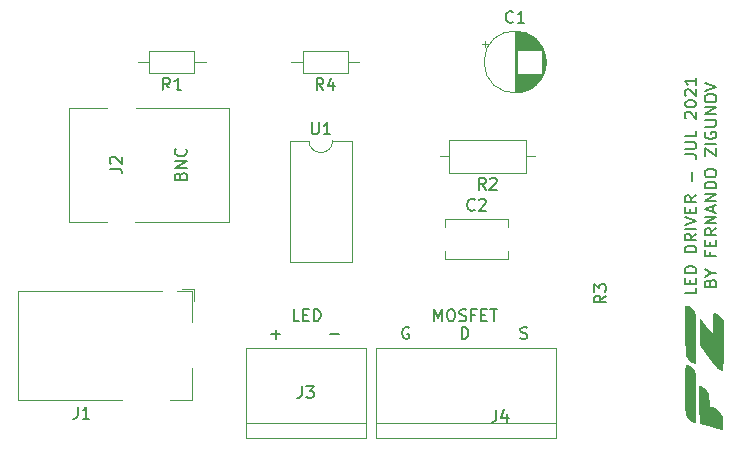
<source format=gto>
G04 #@! TF.GenerationSoftware,KiCad,Pcbnew,(5.1.5)-3*
G04 #@! TF.CreationDate,2021-07-03T20:54:04-04:00*
G04 #@! TF.ProjectId,LukeCopy,4c756b65-436f-4707-992e-6b696361645f,rev?*
G04 #@! TF.SameCoordinates,Original*
G04 #@! TF.FileFunction,Legend,Top*
G04 #@! TF.FilePolarity,Positive*
%FSLAX46Y46*%
G04 Gerber Fmt 4.6, Leading zero omitted, Abs format (unit mm)*
G04 Created by KiCad (PCBNEW (5.1.5)-3) date 2021-07-03 20:54:04*
%MOMM*%
%LPD*%
G04 APERTURE LIST*
%ADD10C,0.150000*%
%ADD11C,0.200000*%
%ADD12C,0.010000*%
%ADD13C,0.120000*%
%ADD14C,3.102000*%
%ADD15R,3.102000X3.102000*%
%ADD16O,1.702000X1.702000*%
%ADD17R,1.702000X1.702000*%
%ADD18O,1.502000X1.502000*%
%ADD19C,1.502000*%
%ADD20C,1.702000*%
%ADD21C,2.102000*%
%ADD22C,0.100000*%
%ADD23R,3.602000X3.602000*%
%ADD24C,1.626000*%
G04 APERTURE END LIST*
D10*
X116404761Y-106952380D02*
X116404761Y-105952380D01*
X116738095Y-106666666D01*
X117071428Y-105952380D01*
X117071428Y-106952380D01*
X117738095Y-105952380D02*
X117928571Y-105952380D01*
X118023809Y-106000000D01*
X118119047Y-106095238D01*
X118166666Y-106285714D01*
X118166666Y-106619047D01*
X118119047Y-106809523D01*
X118023809Y-106904761D01*
X117928571Y-106952380D01*
X117738095Y-106952380D01*
X117642857Y-106904761D01*
X117547619Y-106809523D01*
X117500000Y-106619047D01*
X117500000Y-106285714D01*
X117547619Y-106095238D01*
X117642857Y-106000000D01*
X117738095Y-105952380D01*
X118547619Y-106904761D02*
X118690476Y-106952380D01*
X118928571Y-106952380D01*
X119023809Y-106904761D01*
X119071428Y-106857142D01*
X119119047Y-106761904D01*
X119119047Y-106666666D01*
X119071428Y-106571428D01*
X119023809Y-106523809D01*
X118928571Y-106476190D01*
X118738095Y-106428571D01*
X118642857Y-106380952D01*
X118595238Y-106333333D01*
X118547619Y-106238095D01*
X118547619Y-106142857D01*
X118595238Y-106047619D01*
X118642857Y-106000000D01*
X118738095Y-105952380D01*
X118976190Y-105952380D01*
X119119047Y-106000000D01*
X119880952Y-106428571D02*
X119547619Y-106428571D01*
X119547619Y-106952380D02*
X119547619Y-105952380D01*
X120023809Y-105952380D01*
X120404761Y-106428571D02*
X120738095Y-106428571D01*
X120880952Y-106952380D02*
X120404761Y-106952380D01*
X120404761Y-105952380D01*
X120880952Y-105952380D01*
X121166666Y-105952380D02*
X121738095Y-105952380D01*
X121452380Y-106952380D02*
X121452380Y-105952380D01*
X104976190Y-106952380D02*
X104500000Y-106952380D01*
X104500000Y-105952380D01*
X105309523Y-106428571D02*
X105642857Y-106428571D01*
X105785714Y-106952380D02*
X105309523Y-106952380D01*
X105309523Y-105952380D01*
X105785714Y-105952380D01*
X106214285Y-106952380D02*
X106214285Y-105952380D01*
X106452380Y-105952380D01*
X106595238Y-106000000D01*
X106690476Y-106095238D01*
X106738095Y-106190476D01*
X106785714Y-106380952D01*
X106785714Y-106523809D01*
X106738095Y-106714285D01*
X106690476Y-106809523D01*
X106595238Y-106904761D01*
X106452380Y-106952380D01*
X106214285Y-106952380D01*
D11*
X138602380Y-104119047D02*
X138602380Y-104595238D01*
X137602380Y-104595238D01*
X138078571Y-103785714D02*
X138078571Y-103452380D01*
X138602380Y-103309523D02*
X138602380Y-103785714D01*
X137602380Y-103785714D01*
X137602380Y-103309523D01*
X138602380Y-102880952D02*
X137602380Y-102880952D01*
X137602380Y-102642857D01*
X137650000Y-102500000D01*
X137745238Y-102404761D01*
X137840476Y-102357142D01*
X138030952Y-102309523D01*
X138173809Y-102309523D01*
X138364285Y-102357142D01*
X138459523Y-102404761D01*
X138554761Y-102500000D01*
X138602380Y-102642857D01*
X138602380Y-102880952D01*
X138602380Y-101119047D02*
X137602380Y-101119047D01*
X137602380Y-100880952D01*
X137650000Y-100738095D01*
X137745238Y-100642857D01*
X137840476Y-100595238D01*
X138030952Y-100547619D01*
X138173809Y-100547619D01*
X138364285Y-100595238D01*
X138459523Y-100642857D01*
X138554761Y-100738095D01*
X138602380Y-100880952D01*
X138602380Y-101119047D01*
X138602380Y-99547619D02*
X138126190Y-99880952D01*
X138602380Y-100119047D02*
X137602380Y-100119047D01*
X137602380Y-99738095D01*
X137650000Y-99642857D01*
X137697619Y-99595238D01*
X137792857Y-99547619D01*
X137935714Y-99547619D01*
X138030952Y-99595238D01*
X138078571Y-99642857D01*
X138126190Y-99738095D01*
X138126190Y-100119047D01*
X138602380Y-99119047D02*
X137602380Y-99119047D01*
X137602380Y-98785714D02*
X138602380Y-98452380D01*
X137602380Y-98119047D01*
X138078571Y-97785714D02*
X138078571Y-97452380D01*
X138602380Y-97309523D02*
X138602380Y-97785714D01*
X137602380Y-97785714D01*
X137602380Y-97309523D01*
X138602380Y-96309523D02*
X138126190Y-96642857D01*
X138602380Y-96880952D02*
X137602380Y-96880952D01*
X137602380Y-96500000D01*
X137650000Y-96404761D01*
X137697619Y-96357142D01*
X137792857Y-96309523D01*
X137935714Y-96309523D01*
X138030952Y-96357142D01*
X138078571Y-96404761D01*
X138126190Y-96500000D01*
X138126190Y-96880952D01*
X138221428Y-95119047D02*
X138221428Y-94357142D01*
X137602380Y-92833333D02*
X138316666Y-92833333D01*
X138459523Y-92880952D01*
X138554761Y-92976190D01*
X138602380Y-93119047D01*
X138602380Y-93214285D01*
X137602380Y-92357142D02*
X138411904Y-92357142D01*
X138507142Y-92309523D01*
X138554761Y-92261904D01*
X138602380Y-92166666D01*
X138602380Y-91976190D01*
X138554761Y-91880952D01*
X138507142Y-91833333D01*
X138411904Y-91785714D01*
X137602380Y-91785714D01*
X138602380Y-90833333D02*
X138602380Y-91309523D01*
X137602380Y-91309523D01*
X137697619Y-89785714D02*
X137650000Y-89738095D01*
X137602380Y-89642857D01*
X137602380Y-89404761D01*
X137650000Y-89309523D01*
X137697619Y-89261904D01*
X137792857Y-89214285D01*
X137888095Y-89214285D01*
X138030952Y-89261904D01*
X138602380Y-89833333D01*
X138602380Y-89214285D01*
X137602380Y-88595238D02*
X137602380Y-88500000D01*
X137650000Y-88404761D01*
X137697619Y-88357142D01*
X137792857Y-88309523D01*
X137983333Y-88261904D01*
X138221428Y-88261904D01*
X138411904Y-88309523D01*
X138507142Y-88357142D01*
X138554761Y-88404761D01*
X138602380Y-88500000D01*
X138602380Y-88595238D01*
X138554761Y-88690476D01*
X138507142Y-88738095D01*
X138411904Y-88785714D01*
X138221428Y-88833333D01*
X137983333Y-88833333D01*
X137792857Y-88785714D01*
X137697619Y-88738095D01*
X137650000Y-88690476D01*
X137602380Y-88595238D01*
X137697619Y-87880952D02*
X137650000Y-87833333D01*
X137602380Y-87738095D01*
X137602380Y-87500000D01*
X137650000Y-87404761D01*
X137697619Y-87357142D01*
X137792857Y-87309523D01*
X137888095Y-87309523D01*
X138030952Y-87357142D01*
X138602380Y-87928571D01*
X138602380Y-87309523D01*
X138602380Y-86357142D02*
X138602380Y-86928571D01*
X138602380Y-86642857D02*
X137602380Y-86642857D01*
X137745238Y-86738095D01*
X137840476Y-86833333D01*
X137888095Y-86928571D01*
X139778571Y-103714285D02*
X139826190Y-103571428D01*
X139873809Y-103523809D01*
X139969047Y-103476190D01*
X140111904Y-103476190D01*
X140207142Y-103523809D01*
X140254761Y-103571428D01*
X140302380Y-103666666D01*
X140302380Y-104047619D01*
X139302380Y-104047619D01*
X139302380Y-103714285D01*
X139350000Y-103619047D01*
X139397619Y-103571428D01*
X139492857Y-103523809D01*
X139588095Y-103523809D01*
X139683333Y-103571428D01*
X139730952Y-103619047D01*
X139778571Y-103714285D01*
X139778571Y-104047619D01*
X139826190Y-102857142D02*
X140302380Y-102857142D01*
X139302380Y-103190476D02*
X139826190Y-102857142D01*
X139302380Y-102523809D01*
X139778571Y-101095238D02*
X139778571Y-101428571D01*
X140302380Y-101428571D02*
X139302380Y-101428571D01*
X139302380Y-100952380D01*
X139778571Y-100571428D02*
X139778571Y-100238095D01*
X140302380Y-100095238D02*
X140302380Y-100571428D01*
X139302380Y-100571428D01*
X139302380Y-100095238D01*
X140302380Y-99095238D02*
X139826190Y-99428571D01*
X140302380Y-99666666D02*
X139302380Y-99666666D01*
X139302380Y-99285714D01*
X139350000Y-99190476D01*
X139397619Y-99142857D01*
X139492857Y-99095238D01*
X139635714Y-99095238D01*
X139730952Y-99142857D01*
X139778571Y-99190476D01*
X139826190Y-99285714D01*
X139826190Y-99666666D01*
X140302380Y-98666666D02*
X139302380Y-98666666D01*
X140302380Y-98095238D01*
X139302380Y-98095238D01*
X140016666Y-97666666D02*
X140016666Y-97190476D01*
X140302380Y-97761904D02*
X139302380Y-97428571D01*
X140302380Y-97095238D01*
X140302380Y-96761904D02*
X139302380Y-96761904D01*
X140302380Y-96190476D01*
X139302380Y-96190476D01*
X140302380Y-95714285D02*
X139302380Y-95714285D01*
X139302380Y-95476190D01*
X139350000Y-95333333D01*
X139445238Y-95238095D01*
X139540476Y-95190476D01*
X139730952Y-95142857D01*
X139873809Y-95142857D01*
X140064285Y-95190476D01*
X140159523Y-95238095D01*
X140254761Y-95333333D01*
X140302380Y-95476190D01*
X140302380Y-95714285D01*
X139302380Y-94523809D02*
X139302380Y-94333333D01*
X139350000Y-94238095D01*
X139445238Y-94142857D01*
X139635714Y-94095238D01*
X139969047Y-94095238D01*
X140159523Y-94142857D01*
X140254761Y-94238095D01*
X140302380Y-94333333D01*
X140302380Y-94523809D01*
X140254761Y-94619047D01*
X140159523Y-94714285D01*
X139969047Y-94761904D01*
X139635714Y-94761904D01*
X139445238Y-94714285D01*
X139350000Y-94619047D01*
X139302380Y-94523809D01*
X139302380Y-93000000D02*
X139302380Y-92333333D01*
X140302380Y-93000000D01*
X140302380Y-92333333D01*
X140302380Y-91952380D02*
X139302380Y-91952380D01*
X139350000Y-90952380D02*
X139302380Y-91047619D01*
X139302380Y-91190476D01*
X139350000Y-91333333D01*
X139445238Y-91428571D01*
X139540476Y-91476190D01*
X139730952Y-91523809D01*
X139873809Y-91523809D01*
X140064285Y-91476190D01*
X140159523Y-91428571D01*
X140254761Y-91333333D01*
X140302380Y-91190476D01*
X140302380Y-91095238D01*
X140254761Y-90952380D01*
X140207142Y-90904761D01*
X139873809Y-90904761D01*
X139873809Y-91095238D01*
X139302380Y-90476190D02*
X140111904Y-90476190D01*
X140207142Y-90428571D01*
X140254761Y-90380952D01*
X140302380Y-90285714D01*
X140302380Y-90095238D01*
X140254761Y-90000000D01*
X140207142Y-89952380D01*
X140111904Y-89904761D01*
X139302380Y-89904761D01*
X140302380Y-89428571D02*
X139302380Y-89428571D01*
X140302380Y-88857142D01*
X139302380Y-88857142D01*
X139302380Y-88190476D02*
X139302380Y-88000000D01*
X139350000Y-87904761D01*
X139445238Y-87809523D01*
X139635714Y-87761904D01*
X139969047Y-87761904D01*
X140159523Y-87809523D01*
X140254761Y-87904761D01*
X140302380Y-88000000D01*
X140302380Y-88190476D01*
X140254761Y-88285714D01*
X140159523Y-88380952D01*
X139969047Y-88428571D01*
X139635714Y-88428571D01*
X139445238Y-88380952D01*
X139350000Y-88285714D01*
X139302380Y-88190476D01*
X139302380Y-87476190D02*
X140302380Y-87142857D01*
X139302380Y-86809523D01*
D10*
X107619047Y-108071428D02*
X108380952Y-108071428D01*
X102619047Y-108071428D02*
X103380952Y-108071428D01*
X103000000Y-108452380D02*
X103000000Y-107690476D01*
X123714285Y-108404761D02*
X123857142Y-108452380D01*
X124095238Y-108452380D01*
X124190476Y-108404761D01*
X124238095Y-108357142D01*
X124285714Y-108261904D01*
X124285714Y-108166666D01*
X124238095Y-108071428D01*
X124190476Y-108023809D01*
X124095238Y-107976190D01*
X123904761Y-107928571D01*
X123809523Y-107880952D01*
X123761904Y-107833333D01*
X123714285Y-107738095D01*
X123714285Y-107642857D01*
X123761904Y-107547619D01*
X123809523Y-107500000D01*
X123904761Y-107452380D01*
X124142857Y-107452380D01*
X124285714Y-107500000D01*
X118738095Y-108452380D02*
X118738095Y-107452380D01*
X118976190Y-107452380D01*
X119119047Y-107500000D01*
X119214285Y-107595238D01*
X119261904Y-107690476D01*
X119309523Y-107880952D01*
X119309523Y-108023809D01*
X119261904Y-108214285D01*
X119214285Y-108309523D01*
X119119047Y-108404761D01*
X118976190Y-108452380D01*
X118738095Y-108452380D01*
X114261904Y-107500000D02*
X114166666Y-107452380D01*
X114023809Y-107452380D01*
X113880952Y-107500000D01*
X113785714Y-107595238D01*
X113738095Y-107690476D01*
X113690476Y-107880952D01*
X113690476Y-108023809D01*
X113738095Y-108214285D01*
X113785714Y-108309523D01*
X113880952Y-108404761D01*
X114023809Y-108452380D01*
X114119047Y-108452380D01*
X114261904Y-108404761D01*
X114309523Y-108357142D01*
X114309523Y-108023809D01*
X114119047Y-108023809D01*
D12*
G36*
X139440734Y-107466155D02*
G01*
X139991067Y-108136363D01*
X140016214Y-107209056D01*
X140023384Y-106965362D01*
X140030957Y-106744438D01*
X140038545Y-106555151D01*
X140045755Y-106406368D01*
X140052198Y-106306957D01*
X140057482Y-106265785D01*
X140057792Y-106265319D01*
X140096024Y-106266900D01*
X140175546Y-106289056D01*
X140232580Y-106309365D01*
X140427037Y-106415649D01*
X140605044Y-106573623D01*
X140746474Y-106763834D01*
X140837733Y-106919066D01*
X140839193Y-107765733D01*
X140839231Y-108013891D01*
X140838644Y-108313448D01*
X140837501Y-108648077D01*
X140835873Y-109001447D01*
X140833829Y-109357228D01*
X140831440Y-109699092D01*
X140830304Y-109840067D01*
X140827162Y-110120848D01*
X140822779Y-110379047D01*
X140817397Y-110607133D01*
X140811260Y-110797575D01*
X140804609Y-110942843D01*
X140797688Y-111035406D01*
X140790769Y-111067733D01*
X140717826Y-111052559D01*
X140612667Y-111014434D01*
X140501633Y-110964453D01*
X140411060Y-110913713D01*
X140390881Y-110899270D01*
X140330928Y-110841369D01*
X140246043Y-110745953D01*
X140151246Y-110630200D01*
X140116377Y-110585279D01*
X140041324Y-110487559D01*
X139933235Y-110347562D01*
X139800733Y-110176417D01*
X139652441Y-109985256D01*
X139496979Y-109785207D01*
X139409559Y-109672876D01*
X138890400Y-109006153D01*
X138890400Y-106795948D01*
X139440734Y-107466155D01*
G37*
X139440734Y-107466155D02*
X139991067Y-108136363D01*
X140016214Y-107209056D01*
X140023384Y-106965362D01*
X140030957Y-106744438D01*
X140038545Y-106555151D01*
X140045755Y-106406368D01*
X140052198Y-106306957D01*
X140057482Y-106265785D01*
X140057792Y-106265319D01*
X140096024Y-106266900D01*
X140175546Y-106289056D01*
X140232580Y-106309365D01*
X140427037Y-106415649D01*
X140605044Y-106573623D01*
X140746474Y-106763834D01*
X140837733Y-106919066D01*
X140839193Y-107765733D01*
X140839231Y-108013891D01*
X140838644Y-108313448D01*
X140837501Y-108648077D01*
X140835873Y-109001447D01*
X140833829Y-109357228D01*
X140831440Y-109699092D01*
X140830304Y-109840067D01*
X140827162Y-110120848D01*
X140822779Y-110379047D01*
X140817397Y-110607133D01*
X140811260Y-110797575D01*
X140804609Y-110942843D01*
X140797688Y-111035406D01*
X140790769Y-111067733D01*
X140717826Y-111052559D01*
X140612667Y-111014434D01*
X140501633Y-110964453D01*
X140411060Y-110913713D01*
X140390881Y-110899270D01*
X140330928Y-110841369D01*
X140246043Y-110745953D01*
X140151246Y-110630200D01*
X140116377Y-110585279D01*
X140041324Y-110487559D01*
X139933235Y-110347562D01*
X139800733Y-110176417D01*
X139652441Y-109985256D01*
X139496979Y-109785207D01*
X139409559Y-109672876D01*
X138890400Y-109006153D01*
X138890400Y-106795948D01*
X139440734Y-107466155D01*
G36*
X138949328Y-112476499D02*
G01*
X139064159Y-112517062D01*
X139177665Y-112590109D01*
X139306741Y-112707007D01*
X139335792Y-112736526D01*
X139435047Y-112844328D01*
X139508338Y-112942535D01*
X139560037Y-113044814D01*
X139594515Y-113164827D01*
X139616142Y-113316240D01*
X139629291Y-113512718D01*
X139635431Y-113673227D01*
X139652400Y-114195922D01*
X139872534Y-114250834D01*
X140145116Y-114342404D01*
X140366556Y-114471502D01*
X140546189Y-114645156D01*
X140691944Y-114867740D01*
X140721375Y-114928979D01*
X140742770Y-114993164D01*
X140757745Y-115072914D01*
X140767915Y-115180851D01*
X140774895Y-115329592D01*
X140780301Y-115531759D01*
X140780992Y-115563533D01*
X140784274Y-115747871D01*
X140785828Y-115905819D01*
X140785644Y-116026166D01*
X140783715Y-116097701D01*
X140781381Y-116112740D01*
X140747133Y-116103711D01*
X140655879Y-116078734D01*
X140515848Y-116040087D01*
X140335269Y-115990048D01*
X140122371Y-115930894D01*
X139885383Y-115864903D01*
X139821734Y-115847156D01*
X138873467Y-115582699D01*
X138864661Y-114018752D01*
X138855856Y-112454806D01*
X138949328Y-112476499D01*
G37*
X138949328Y-112476499D02*
X139064159Y-112517062D01*
X139177665Y-112590109D01*
X139306741Y-112707007D01*
X139335792Y-112736526D01*
X139435047Y-112844328D01*
X139508338Y-112942535D01*
X139560037Y-113044814D01*
X139594515Y-113164827D01*
X139616142Y-113316240D01*
X139629291Y-113512718D01*
X139635431Y-113673227D01*
X139652400Y-114195922D01*
X139872534Y-114250834D01*
X140145116Y-114342404D01*
X140366556Y-114471502D01*
X140546189Y-114645156D01*
X140691944Y-114867740D01*
X140721375Y-114928979D01*
X140742770Y-114993164D01*
X140757745Y-115072914D01*
X140767915Y-115180851D01*
X140774895Y-115329592D01*
X140780301Y-115531759D01*
X140780992Y-115563533D01*
X140784274Y-115747871D01*
X140785828Y-115905819D01*
X140785644Y-116026166D01*
X140783715Y-116097701D01*
X140781381Y-116112740D01*
X140747133Y-116103711D01*
X140655879Y-116078734D01*
X140515848Y-116040087D01*
X140335269Y-115990048D01*
X140122371Y-115930894D01*
X139885383Y-115864903D01*
X139821734Y-115847156D01*
X138873467Y-115582699D01*
X138864661Y-114018752D01*
X138855856Y-112454806D01*
X138949328Y-112476499D01*
G36*
X137671492Y-111564219D02*
G01*
X137672821Y-111309661D01*
X137675800Y-111103878D01*
X137680973Y-110942131D01*
X137688887Y-110819680D01*
X137700088Y-110731787D01*
X137715121Y-110673712D01*
X137734532Y-110640717D01*
X137758866Y-110628062D01*
X137788671Y-110631008D01*
X137824490Y-110644817D01*
X137866871Y-110664748D01*
X137900888Y-110679870D01*
X138020735Y-110750076D01*
X138154991Y-110860147D01*
X138283686Y-110991590D01*
X138386846Y-111125912D01*
X138392922Y-111135466D01*
X138408029Y-111160532D01*
X138420955Y-111187219D01*
X138431898Y-111220757D01*
X138441053Y-111266378D01*
X138448617Y-111329312D01*
X138454787Y-111414790D01*
X138459760Y-111528043D01*
X138463731Y-111674302D01*
X138466898Y-111858797D01*
X138469456Y-112086759D01*
X138471604Y-112363419D01*
X138473537Y-112694008D01*
X138475451Y-113083757D01*
X138476756Y-113366178D01*
X138486444Y-115478356D01*
X138392089Y-115455458D01*
X138179140Y-115375493D01*
X137999697Y-115244596D01*
X137848248Y-115057693D01*
X137738764Y-114853992D01*
X137725051Y-114821287D01*
X137713372Y-114784727D01*
X137703562Y-114738904D01*
X137695456Y-114678412D01*
X137688889Y-114597842D01*
X137683696Y-114491789D01*
X137679710Y-114354844D01*
X137676768Y-114181601D01*
X137674703Y-113966653D01*
X137673351Y-113704592D01*
X137672545Y-113390012D01*
X137672121Y-113017505D01*
X137671944Y-112667933D01*
X137671600Y-112238616D01*
X137671267Y-111872291D01*
X137671492Y-111564219D01*
G37*
X137671492Y-111564219D02*
X137672821Y-111309661D01*
X137675800Y-111103878D01*
X137680973Y-110942131D01*
X137688887Y-110819680D01*
X137700088Y-110731787D01*
X137715121Y-110673712D01*
X137734532Y-110640717D01*
X137758866Y-110628062D01*
X137788671Y-110631008D01*
X137824490Y-110644817D01*
X137866871Y-110664748D01*
X137900888Y-110679870D01*
X138020735Y-110750076D01*
X138154991Y-110860147D01*
X138283686Y-110991590D01*
X138386846Y-111125912D01*
X138392922Y-111135466D01*
X138408029Y-111160532D01*
X138420955Y-111187219D01*
X138431898Y-111220757D01*
X138441053Y-111266378D01*
X138448617Y-111329312D01*
X138454787Y-111414790D01*
X138459760Y-111528043D01*
X138463731Y-111674302D01*
X138466898Y-111858797D01*
X138469456Y-112086759D01*
X138471604Y-112363419D01*
X138473537Y-112694008D01*
X138475451Y-113083757D01*
X138476756Y-113366178D01*
X138486444Y-115478356D01*
X138392089Y-115455458D01*
X138179140Y-115375493D01*
X137999697Y-115244596D01*
X137848248Y-115057693D01*
X137738764Y-114853992D01*
X137725051Y-114821287D01*
X137713372Y-114784727D01*
X137703562Y-114738904D01*
X137695456Y-114678412D01*
X137688889Y-114597842D01*
X137683696Y-114491789D01*
X137679710Y-114354844D01*
X137676768Y-114181601D01*
X137674703Y-113966653D01*
X137673351Y-113704592D01*
X137672545Y-113390012D01*
X137672121Y-113017505D01*
X137671944Y-112667933D01*
X137671600Y-112238616D01*
X137671267Y-111872291D01*
X137671492Y-111564219D01*
G36*
X137745692Y-105649810D02*
G01*
X137877369Y-105679105D01*
X138024494Y-105756476D01*
X138171938Y-105869562D01*
X138304574Y-106006000D01*
X138407272Y-106153429D01*
X138437665Y-106215245D01*
X138447528Y-106249762D01*
X138455960Y-106306552D01*
X138463061Y-106390346D01*
X138468931Y-106505877D01*
X138473671Y-106657876D01*
X138477380Y-106851074D01*
X138480159Y-107090203D01*
X138482107Y-107379994D01*
X138483324Y-107725179D01*
X138483910Y-108130490D01*
X138484000Y-108408112D01*
X138483753Y-108776882D01*
X138483040Y-109124820D01*
X138481905Y-109446147D01*
X138480391Y-109735080D01*
X138478542Y-109985842D01*
X138476400Y-110192650D01*
X138474011Y-110349726D01*
X138471416Y-110451290D01*
X138468660Y-110491560D01*
X138468337Y-110492000D01*
X138430696Y-110481053D01*
X138349184Y-110452682D01*
X138265532Y-110421981D01*
X138078551Y-110318477D01*
X137918513Y-110156737D01*
X137782695Y-109933905D01*
X137764981Y-109896635D01*
X137749072Y-109861288D01*
X137735500Y-109825983D01*
X137724048Y-109785268D01*
X137714503Y-109733695D01*
X137706649Y-109665814D01*
X137700271Y-109576175D01*
X137695155Y-109459328D01*
X137691086Y-109309824D01*
X137687848Y-109122212D01*
X137685228Y-108891042D01*
X137683010Y-108610866D01*
X137680978Y-108276233D01*
X137678919Y-107881694D01*
X137677958Y-107689533D01*
X137667783Y-105649066D01*
X137745692Y-105649810D01*
G37*
X137745692Y-105649810D02*
X137877369Y-105679105D01*
X138024494Y-105756476D01*
X138171938Y-105869562D01*
X138304574Y-106006000D01*
X138407272Y-106153429D01*
X138437665Y-106215245D01*
X138447528Y-106249762D01*
X138455960Y-106306552D01*
X138463061Y-106390346D01*
X138468931Y-106505877D01*
X138473671Y-106657876D01*
X138477380Y-106851074D01*
X138480159Y-107090203D01*
X138482107Y-107379994D01*
X138483324Y-107725179D01*
X138483910Y-108130490D01*
X138484000Y-108408112D01*
X138483753Y-108776882D01*
X138483040Y-109124820D01*
X138481905Y-109446147D01*
X138480391Y-109735080D01*
X138478542Y-109985842D01*
X138476400Y-110192650D01*
X138474011Y-110349726D01*
X138471416Y-110451290D01*
X138468660Y-110491560D01*
X138468337Y-110492000D01*
X138430696Y-110481053D01*
X138349184Y-110452682D01*
X138265532Y-110421981D01*
X138078551Y-110318477D01*
X137918513Y-110156737D01*
X137782695Y-109933905D01*
X137764981Y-109896635D01*
X137749072Y-109861288D01*
X137735500Y-109825983D01*
X137724048Y-109785268D01*
X137714503Y-109733695D01*
X137706649Y-109665814D01*
X137700271Y-109576175D01*
X137695155Y-109459328D01*
X137691086Y-109309824D01*
X137687848Y-109122212D01*
X137685228Y-108891042D01*
X137683010Y-108610866D01*
X137680978Y-108276233D01*
X137678919Y-107881694D01*
X137677958Y-107689533D01*
X137667783Y-105649066D01*
X137745692Y-105649810D01*
D13*
X111460000Y-116810000D02*
X126700000Y-116810000D01*
X111460000Y-109190000D02*
X126700000Y-109190000D01*
X111460000Y-115540000D02*
X126700000Y-115540000D01*
X126700000Y-116810000D02*
X126700000Y-109190000D01*
X111460000Y-116810000D02*
X111460000Y-109190000D01*
X100460000Y-116810000D02*
X110620000Y-116810000D01*
X100460000Y-109190000D02*
X100460000Y-116810000D01*
X110620000Y-109190000D02*
X100460000Y-109190000D01*
X110620000Y-116810000D02*
X110620000Y-109190000D01*
X110620000Y-115540000D02*
X100460000Y-115540000D01*
X109460000Y-91670000D02*
X107810000Y-91670000D01*
X109460000Y-101950000D02*
X109460000Y-91670000D01*
X104160000Y-101950000D02*
X109460000Y-101950000D01*
X104160000Y-91670000D02*
X104160000Y-101950000D01*
X105810000Y-91670000D02*
X104160000Y-91670000D01*
X107810000Y-91670000D02*
G75*
G02X105810000Y-91670000I-1000000J0D01*
G01*
X104320000Y-85000000D02*
X105270000Y-85000000D01*
X110060000Y-85000000D02*
X109110000Y-85000000D01*
X105270000Y-85920000D02*
X109110000Y-85920000D01*
X105270000Y-84080000D02*
X105270000Y-85920000D01*
X109110000Y-84080000D02*
X105270000Y-84080000D01*
X109110000Y-85920000D02*
X109110000Y-84080000D01*
X116880000Y-93000000D02*
X117650000Y-93000000D01*
X124960000Y-93000000D02*
X124190000Y-93000000D01*
X117650000Y-94370000D02*
X124190000Y-94370000D01*
X117650000Y-91630000D02*
X117650000Y-94370000D01*
X124190000Y-91630000D02*
X117650000Y-91630000D01*
X124190000Y-94370000D02*
X124190000Y-91630000D01*
X91320000Y-85000000D02*
X92270000Y-85000000D01*
X97060000Y-85000000D02*
X96110000Y-85000000D01*
X92270000Y-85920000D02*
X96110000Y-85920000D01*
X92270000Y-84080000D02*
X92270000Y-85920000D01*
X96110000Y-84080000D02*
X92270000Y-84080000D01*
X96110000Y-85920000D02*
X96110000Y-84080000D01*
X99000000Y-88875000D02*
X85500000Y-88875000D01*
X99000000Y-98525000D02*
X99000000Y-88875000D01*
X85500000Y-98525000D02*
X99000000Y-98525000D01*
X85500000Y-88875000D02*
X85500000Y-98525000D01*
X95900000Y-104400000D02*
X95900000Y-107000000D01*
X81200000Y-104400000D02*
X95900000Y-104400000D01*
X95900000Y-113600000D02*
X94000000Y-113600000D01*
X95900000Y-110900000D02*
X95900000Y-113600000D01*
X81200000Y-113600000D02*
X81200000Y-104400000D01*
X90000000Y-113600000D02*
X81200000Y-113600000D01*
X95050000Y-104200000D02*
X96100000Y-104200000D01*
X96100000Y-105250000D02*
X96100000Y-104200000D01*
X122670000Y-101055000D02*
X122670000Y-101721000D01*
X122670000Y-98279000D02*
X122670000Y-98945000D01*
X117330000Y-101055000D02*
X117330000Y-101721000D01*
X117330000Y-98279000D02*
X117330000Y-98945000D01*
X117330000Y-101721000D02*
X122670000Y-101721000D01*
X117330000Y-98279000D02*
X122670000Y-98279000D01*
X120695225Y-83275000D02*
X120695225Y-83775000D01*
X120445225Y-83525000D02*
X120945225Y-83525000D01*
X125851000Y-84716000D02*
X125851000Y-85284000D01*
X125811000Y-84482000D02*
X125811000Y-85518000D01*
X125771000Y-84323000D02*
X125771000Y-85677000D01*
X125731000Y-84195000D02*
X125731000Y-85805000D01*
X125691000Y-84085000D02*
X125691000Y-85915000D01*
X125651000Y-83989000D02*
X125651000Y-86011000D01*
X125611000Y-83902000D02*
X125611000Y-86098000D01*
X125571000Y-83822000D02*
X125571000Y-86178000D01*
X125531000Y-86040000D02*
X125531000Y-86251000D01*
X125531000Y-83749000D02*
X125531000Y-83960000D01*
X125491000Y-86040000D02*
X125491000Y-86319000D01*
X125491000Y-83681000D02*
X125491000Y-83960000D01*
X125451000Y-86040000D02*
X125451000Y-86383000D01*
X125451000Y-83617000D02*
X125451000Y-83960000D01*
X125411000Y-86040000D02*
X125411000Y-86443000D01*
X125411000Y-83557000D02*
X125411000Y-83960000D01*
X125371000Y-86040000D02*
X125371000Y-86500000D01*
X125371000Y-83500000D02*
X125371000Y-83960000D01*
X125331000Y-86040000D02*
X125331000Y-86554000D01*
X125331000Y-83446000D02*
X125331000Y-83960000D01*
X125291000Y-86040000D02*
X125291000Y-86605000D01*
X125291000Y-83395000D02*
X125291000Y-83960000D01*
X125251000Y-86040000D02*
X125251000Y-86653000D01*
X125251000Y-83347000D02*
X125251000Y-83960000D01*
X125211000Y-86040000D02*
X125211000Y-86699000D01*
X125211000Y-83301000D02*
X125211000Y-83960000D01*
X125171000Y-86040000D02*
X125171000Y-86743000D01*
X125171000Y-83257000D02*
X125171000Y-83960000D01*
X125131000Y-86040000D02*
X125131000Y-86785000D01*
X125131000Y-83215000D02*
X125131000Y-83960000D01*
X125091000Y-86040000D02*
X125091000Y-86826000D01*
X125091000Y-83174000D02*
X125091000Y-83960000D01*
X125051000Y-86040000D02*
X125051000Y-86864000D01*
X125051000Y-83136000D02*
X125051000Y-83960000D01*
X125011000Y-86040000D02*
X125011000Y-86901000D01*
X125011000Y-83099000D02*
X125011000Y-83960000D01*
X124971000Y-86040000D02*
X124971000Y-86937000D01*
X124971000Y-83063000D02*
X124971000Y-83960000D01*
X124931000Y-86040000D02*
X124931000Y-86971000D01*
X124931000Y-83029000D02*
X124931000Y-83960000D01*
X124891000Y-86040000D02*
X124891000Y-87004000D01*
X124891000Y-82996000D02*
X124891000Y-83960000D01*
X124851000Y-86040000D02*
X124851000Y-87035000D01*
X124851000Y-82965000D02*
X124851000Y-83960000D01*
X124811000Y-86040000D02*
X124811000Y-87065000D01*
X124811000Y-82935000D02*
X124811000Y-83960000D01*
X124771000Y-86040000D02*
X124771000Y-87095000D01*
X124771000Y-82905000D02*
X124771000Y-83960000D01*
X124731000Y-86040000D02*
X124731000Y-87122000D01*
X124731000Y-82878000D02*
X124731000Y-83960000D01*
X124691000Y-86040000D02*
X124691000Y-87149000D01*
X124691000Y-82851000D02*
X124691000Y-83960000D01*
X124651000Y-86040000D02*
X124651000Y-87175000D01*
X124651000Y-82825000D02*
X124651000Y-83960000D01*
X124611000Y-86040000D02*
X124611000Y-87200000D01*
X124611000Y-82800000D02*
X124611000Y-83960000D01*
X124571000Y-86040000D02*
X124571000Y-87224000D01*
X124571000Y-82776000D02*
X124571000Y-83960000D01*
X124531000Y-86040000D02*
X124531000Y-87247000D01*
X124531000Y-82753000D02*
X124531000Y-83960000D01*
X124491000Y-86040000D02*
X124491000Y-87268000D01*
X124491000Y-82732000D02*
X124491000Y-83960000D01*
X124451000Y-86040000D02*
X124451000Y-87290000D01*
X124451000Y-82710000D02*
X124451000Y-83960000D01*
X124411000Y-86040000D02*
X124411000Y-87310000D01*
X124411000Y-82690000D02*
X124411000Y-83960000D01*
X124371000Y-86040000D02*
X124371000Y-87329000D01*
X124371000Y-82671000D02*
X124371000Y-83960000D01*
X124331000Y-86040000D02*
X124331000Y-87348000D01*
X124331000Y-82652000D02*
X124331000Y-83960000D01*
X124291000Y-86040000D02*
X124291000Y-87365000D01*
X124291000Y-82635000D02*
X124291000Y-83960000D01*
X124251000Y-86040000D02*
X124251000Y-87382000D01*
X124251000Y-82618000D02*
X124251000Y-83960000D01*
X124211000Y-86040000D02*
X124211000Y-87398000D01*
X124211000Y-82602000D02*
X124211000Y-83960000D01*
X124171000Y-86040000D02*
X124171000Y-87414000D01*
X124171000Y-82586000D02*
X124171000Y-83960000D01*
X124131000Y-86040000D02*
X124131000Y-87428000D01*
X124131000Y-82572000D02*
X124131000Y-83960000D01*
X124091000Y-86040000D02*
X124091000Y-87442000D01*
X124091000Y-82558000D02*
X124091000Y-83960000D01*
X124051000Y-86040000D02*
X124051000Y-87455000D01*
X124051000Y-82545000D02*
X124051000Y-83960000D01*
X124011000Y-86040000D02*
X124011000Y-87468000D01*
X124011000Y-82532000D02*
X124011000Y-83960000D01*
X123971000Y-86040000D02*
X123971000Y-87480000D01*
X123971000Y-82520000D02*
X123971000Y-83960000D01*
X123930000Y-86040000D02*
X123930000Y-87491000D01*
X123930000Y-82509000D02*
X123930000Y-83960000D01*
X123890000Y-86040000D02*
X123890000Y-87501000D01*
X123890000Y-82499000D02*
X123890000Y-83960000D01*
X123850000Y-86040000D02*
X123850000Y-87511000D01*
X123850000Y-82489000D02*
X123850000Y-83960000D01*
X123810000Y-86040000D02*
X123810000Y-87520000D01*
X123810000Y-82480000D02*
X123810000Y-83960000D01*
X123770000Y-86040000D02*
X123770000Y-87528000D01*
X123770000Y-82472000D02*
X123770000Y-83960000D01*
X123730000Y-86040000D02*
X123730000Y-87536000D01*
X123730000Y-82464000D02*
X123730000Y-83960000D01*
X123690000Y-86040000D02*
X123690000Y-87543000D01*
X123690000Y-82457000D02*
X123690000Y-83960000D01*
X123650000Y-86040000D02*
X123650000Y-87550000D01*
X123650000Y-82450000D02*
X123650000Y-83960000D01*
X123610000Y-86040000D02*
X123610000Y-87556000D01*
X123610000Y-82444000D02*
X123610000Y-83960000D01*
X123570000Y-86040000D02*
X123570000Y-87561000D01*
X123570000Y-82439000D02*
X123570000Y-83960000D01*
X123530000Y-86040000D02*
X123530000Y-87565000D01*
X123530000Y-82435000D02*
X123530000Y-83960000D01*
X123490000Y-86040000D02*
X123490000Y-87569000D01*
X123490000Y-82431000D02*
X123490000Y-83960000D01*
X123450000Y-82427000D02*
X123450000Y-87573000D01*
X123410000Y-82424000D02*
X123410000Y-87576000D01*
X123370000Y-82422000D02*
X123370000Y-87578000D01*
X123330000Y-82421000D02*
X123330000Y-87579000D01*
X123290000Y-82420000D02*
X123290000Y-87580000D01*
X123250000Y-82420000D02*
X123250000Y-87580000D01*
X125870000Y-85000000D02*
G75*
G03X125870000Y-85000000I-2620000J0D01*
G01*
D10*
X130952380Y-104786666D02*
X130476190Y-105120000D01*
X130952380Y-105358095D02*
X129952380Y-105358095D01*
X129952380Y-104977142D01*
X130000000Y-104881904D01*
X130047619Y-104834285D01*
X130142857Y-104786666D01*
X130285714Y-104786666D01*
X130380952Y-104834285D01*
X130428571Y-104881904D01*
X130476190Y-104977142D01*
X130476190Y-105358095D01*
X129952380Y-104453333D02*
X129952380Y-103834285D01*
X130333333Y-104167619D01*
X130333333Y-104024761D01*
X130380952Y-103929523D01*
X130428571Y-103881904D01*
X130523809Y-103834285D01*
X130761904Y-103834285D01*
X130857142Y-103881904D01*
X130904761Y-103929523D01*
X130952380Y-104024761D01*
X130952380Y-104310476D01*
X130904761Y-104405714D01*
X130857142Y-104453333D01*
X121666666Y-114452380D02*
X121666666Y-115166666D01*
X121619047Y-115309523D01*
X121523809Y-115404761D01*
X121380952Y-115452380D01*
X121285714Y-115452380D01*
X122571428Y-114785714D02*
X122571428Y-115452380D01*
X122333333Y-114404761D02*
X122095238Y-115119047D01*
X122714285Y-115119047D01*
X105206666Y-112452380D02*
X105206666Y-113166666D01*
X105159047Y-113309523D01*
X105063809Y-113404761D01*
X104920952Y-113452380D01*
X104825714Y-113452380D01*
X105587619Y-112452380D02*
X106206666Y-112452380D01*
X105873333Y-112833333D01*
X106016190Y-112833333D01*
X106111428Y-112880952D01*
X106159047Y-112928571D01*
X106206666Y-113023809D01*
X106206666Y-113261904D01*
X106159047Y-113357142D01*
X106111428Y-113404761D01*
X106016190Y-113452380D01*
X105730476Y-113452380D01*
X105635238Y-113404761D01*
X105587619Y-113357142D01*
X106048095Y-90122380D02*
X106048095Y-90931904D01*
X106095714Y-91027142D01*
X106143333Y-91074761D01*
X106238571Y-91122380D01*
X106429047Y-91122380D01*
X106524285Y-91074761D01*
X106571904Y-91027142D01*
X106619523Y-90931904D01*
X106619523Y-90122380D01*
X107619523Y-91122380D02*
X107048095Y-91122380D01*
X107333809Y-91122380D02*
X107333809Y-90122380D01*
X107238571Y-90265238D01*
X107143333Y-90360476D01*
X107048095Y-90408095D01*
X107023333Y-87372380D02*
X106690000Y-86896190D01*
X106451904Y-87372380D02*
X106451904Y-86372380D01*
X106832857Y-86372380D01*
X106928095Y-86420000D01*
X106975714Y-86467619D01*
X107023333Y-86562857D01*
X107023333Y-86705714D01*
X106975714Y-86800952D01*
X106928095Y-86848571D01*
X106832857Y-86896190D01*
X106451904Y-86896190D01*
X107880476Y-86705714D02*
X107880476Y-87372380D01*
X107642380Y-86324761D02*
X107404285Y-87039047D01*
X108023333Y-87039047D01*
X120753333Y-95822380D02*
X120420000Y-95346190D01*
X120181904Y-95822380D02*
X120181904Y-94822380D01*
X120562857Y-94822380D01*
X120658095Y-94870000D01*
X120705714Y-94917619D01*
X120753333Y-95012857D01*
X120753333Y-95155714D01*
X120705714Y-95250952D01*
X120658095Y-95298571D01*
X120562857Y-95346190D01*
X120181904Y-95346190D01*
X121134285Y-94917619D02*
X121181904Y-94870000D01*
X121277142Y-94822380D01*
X121515238Y-94822380D01*
X121610476Y-94870000D01*
X121658095Y-94917619D01*
X121705714Y-95012857D01*
X121705714Y-95108095D01*
X121658095Y-95250952D01*
X121086666Y-95822380D01*
X121705714Y-95822380D01*
X94023333Y-87372380D02*
X93690000Y-86896190D01*
X93451904Y-87372380D02*
X93451904Y-86372380D01*
X93832857Y-86372380D01*
X93928095Y-86420000D01*
X93975714Y-86467619D01*
X94023333Y-86562857D01*
X94023333Y-86705714D01*
X93975714Y-86800952D01*
X93928095Y-86848571D01*
X93832857Y-86896190D01*
X93451904Y-86896190D01*
X94975714Y-87372380D02*
X94404285Y-87372380D01*
X94690000Y-87372380D02*
X94690000Y-86372380D01*
X94594761Y-86515238D01*
X94499523Y-86610476D01*
X94404285Y-86658095D01*
X88952380Y-94033333D02*
X89666666Y-94033333D01*
X89809523Y-94080952D01*
X89904761Y-94176190D01*
X89952380Y-94319047D01*
X89952380Y-94414285D01*
X89047619Y-93604761D02*
X89000000Y-93557142D01*
X88952380Y-93461904D01*
X88952380Y-93223809D01*
X89000000Y-93128571D01*
X89047619Y-93080952D01*
X89142857Y-93033333D01*
X89238095Y-93033333D01*
X89380952Y-93080952D01*
X89952380Y-93652380D01*
X89952380Y-93033333D01*
X94928571Y-94652380D02*
X94976190Y-94509523D01*
X95023809Y-94461904D01*
X95119047Y-94414285D01*
X95261904Y-94414285D01*
X95357142Y-94461904D01*
X95404761Y-94509523D01*
X95452380Y-94604761D01*
X95452380Y-94985714D01*
X94452380Y-94985714D01*
X94452380Y-94652380D01*
X94500000Y-94557142D01*
X94547619Y-94509523D01*
X94642857Y-94461904D01*
X94738095Y-94461904D01*
X94833333Y-94509523D01*
X94880952Y-94557142D01*
X94928571Y-94652380D01*
X94928571Y-94985714D01*
X95452380Y-93985714D02*
X94452380Y-93985714D01*
X95452380Y-93414285D01*
X94452380Y-93414285D01*
X95357142Y-92366666D02*
X95404761Y-92414285D01*
X95452380Y-92557142D01*
X95452380Y-92652380D01*
X95404761Y-92795238D01*
X95309523Y-92890476D01*
X95214285Y-92938095D01*
X95023809Y-92985714D01*
X94880952Y-92985714D01*
X94690476Y-92938095D01*
X94595238Y-92890476D01*
X94500000Y-92795238D01*
X94452380Y-92652380D01*
X94452380Y-92557142D01*
X94500000Y-92414285D01*
X94547619Y-92366666D01*
X86216666Y-114202380D02*
X86216666Y-114916666D01*
X86169047Y-115059523D01*
X86073809Y-115154761D01*
X85930952Y-115202380D01*
X85835714Y-115202380D01*
X87216666Y-115202380D02*
X86645238Y-115202380D01*
X86930952Y-115202380D02*
X86930952Y-114202380D01*
X86835714Y-114345238D01*
X86740476Y-114440476D01*
X86645238Y-114488095D01*
X119833333Y-97507142D02*
X119785714Y-97554761D01*
X119642857Y-97602380D01*
X119547619Y-97602380D01*
X119404761Y-97554761D01*
X119309523Y-97459523D01*
X119261904Y-97364285D01*
X119214285Y-97173809D01*
X119214285Y-97030952D01*
X119261904Y-96840476D01*
X119309523Y-96745238D01*
X119404761Y-96650000D01*
X119547619Y-96602380D01*
X119642857Y-96602380D01*
X119785714Y-96650000D01*
X119833333Y-96697619D01*
X120214285Y-96697619D02*
X120261904Y-96650000D01*
X120357142Y-96602380D01*
X120595238Y-96602380D01*
X120690476Y-96650000D01*
X120738095Y-96697619D01*
X120785714Y-96792857D01*
X120785714Y-96888095D01*
X120738095Y-97030952D01*
X120166666Y-97602380D01*
X120785714Y-97602380D01*
X123083333Y-81607142D02*
X123035714Y-81654761D01*
X122892857Y-81702380D01*
X122797619Y-81702380D01*
X122654761Y-81654761D01*
X122559523Y-81559523D01*
X122511904Y-81464285D01*
X122464285Y-81273809D01*
X122464285Y-81130952D01*
X122511904Y-80940476D01*
X122559523Y-80845238D01*
X122654761Y-80750000D01*
X122797619Y-80702380D01*
X122892857Y-80702380D01*
X123035714Y-80750000D01*
X123083333Y-80797619D01*
X124035714Y-81702380D02*
X123464285Y-81702380D01*
X123750000Y-81702380D02*
X123750000Y-80702380D01*
X123654761Y-80845238D01*
X123559523Y-80940476D01*
X123464285Y-80988095D01*
%LPC*%
D14*
X130000000Y-112240000D03*
X130000000Y-97000000D03*
X124160000Y-113000000D03*
X119080000Y-113000000D03*
D15*
X114000000Y-113000000D03*
D14*
X108080000Y-113000000D03*
D15*
X103000000Y-113000000D03*
D16*
X110620000Y-93000000D03*
X103000000Y-100620000D03*
X110620000Y-95540000D03*
X103000000Y-98080000D03*
X110620000Y-98080000D03*
X103000000Y-95540000D03*
X110620000Y-100620000D03*
D17*
X103000000Y-93000000D03*
D18*
X103380000Y-85000000D03*
D19*
X111000000Y-85000000D03*
D16*
X115840000Y-93000000D03*
D20*
X126000000Y-93000000D03*
D18*
X90380000Y-85000000D03*
D19*
X98000000Y-85000000D03*
D21*
X97800000Y-93700000D03*
D14*
X90000000Y-89900000D03*
X90000000Y-97500000D03*
D22*
G36*
X92988764Y-111903336D02*
G01*
X93076179Y-111916303D01*
X93161901Y-111937775D01*
X93245106Y-111967546D01*
X93324993Y-112005330D01*
X93400791Y-112050762D01*
X93471771Y-112103404D01*
X93537250Y-112162750D01*
X93596596Y-112228229D01*
X93649238Y-112299209D01*
X93694670Y-112375007D01*
X93732454Y-112454894D01*
X93762225Y-112538099D01*
X93783697Y-112623821D01*
X93796664Y-112711236D01*
X93801000Y-112799500D01*
X93801000Y-114600500D01*
X93796664Y-114688764D01*
X93783697Y-114776179D01*
X93762225Y-114861901D01*
X93732454Y-114945106D01*
X93694670Y-115024993D01*
X93649238Y-115100791D01*
X93596596Y-115171771D01*
X93537250Y-115237250D01*
X93471771Y-115296596D01*
X93400791Y-115349238D01*
X93324993Y-115394670D01*
X93245106Y-115432454D01*
X93161901Y-115462225D01*
X93076179Y-115483697D01*
X92988764Y-115496664D01*
X92900500Y-115501000D01*
X91099500Y-115501000D01*
X91011236Y-115496664D01*
X90923821Y-115483697D01*
X90838099Y-115462225D01*
X90754894Y-115432454D01*
X90675007Y-115394670D01*
X90599209Y-115349238D01*
X90528229Y-115296596D01*
X90462750Y-115237250D01*
X90403404Y-115171771D01*
X90350762Y-115100791D01*
X90305330Y-115024993D01*
X90267546Y-114945106D01*
X90237775Y-114861901D01*
X90216303Y-114776179D01*
X90203336Y-114688764D01*
X90199000Y-114600500D01*
X90199000Y-112799500D01*
X90203336Y-112711236D01*
X90216303Y-112623821D01*
X90237775Y-112538099D01*
X90267546Y-112454894D01*
X90305330Y-112375007D01*
X90350762Y-112299209D01*
X90403404Y-112228229D01*
X90462750Y-112162750D01*
X90528229Y-112103404D01*
X90599209Y-112050762D01*
X90675007Y-112005330D01*
X90754894Y-111967546D01*
X90838099Y-111937775D01*
X90923821Y-111916303D01*
X91011236Y-111903336D01*
X91099500Y-111899000D01*
X92900500Y-111899000D01*
X92988764Y-111903336D01*
G37*
G36*
X89851512Y-107202734D02*
G01*
X89926793Y-107213901D01*
X90000616Y-107232393D01*
X90072271Y-107258031D01*
X90141068Y-107290570D01*
X90206345Y-107329695D01*
X90267472Y-107375030D01*
X90323861Y-107426139D01*
X90374970Y-107482528D01*
X90420305Y-107543655D01*
X90459430Y-107608932D01*
X90491969Y-107677729D01*
X90517607Y-107749384D01*
X90536099Y-107823207D01*
X90547266Y-107898488D01*
X90551000Y-107974500D01*
X90551000Y-110025500D01*
X90547266Y-110101512D01*
X90536099Y-110176793D01*
X90517607Y-110250616D01*
X90491969Y-110322271D01*
X90459430Y-110391068D01*
X90420305Y-110456345D01*
X90374970Y-110517472D01*
X90323861Y-110573861D01*
X90267472Y-110624970D01*
X90206345Y-110670305D01*
X90141068Y-110709430D01*
X90072271Y-110741969D01*
X90000616Y-110767607D01*
X89926793Y-110786099D01*
X89851512Y-110797266D01*
X89775500Y-110801000D01*
X88224500Y-110801000D01*
X88148488Y-110797266D01*
X88073207Y-110786099D01*
X87999384Y-110767607D01*
X87927729Y-110741969D01*
X87858932Y-110709430D01*
X87793655Y-110670305D01*
X87732528Y-110624970D01*
X87676139Y-110573861D01*
X87625030Y-110517472D01*
X87579695Y-110456345D01*
X87540570Y-110391068D01*
X87508031Y-110322271D01*
X87482393Y-110250616D01*
X87463901Y-110176793D01*
X87452734Y-110101512D01*
X87449000Y-110025500D01*
X87449000Y-107974500D01*
X87452734Y-107898488D01*
X87463901Y-107823207D01*
X87482393Y-107749384D01*
X87508031Y-107677729D01*
X87540570Y-107608932D01*
X87579695Y-107543655D01*
X87625030Y-107482528D01*
X87676139Y-107426139D01*
X87732528Y-107375030D01*
X87793655Y-107329695D01*
X87858932Y-107290570D01*
X87927729Y-107258031D01*
X87999384Y-107232393D01*
X88073207Y-107213901D01*
X88148488Y-107202734D01*
X88224500Y-107199000D01*
X89775500Y-107199000D01*
X89851512Y-107202734D01*
G37*
D23*
X95000000Y-109000000D03*
D24*
X133500000Y-88000000D03*
X133500000Y-105000000D03*
X94000000Y-105000000D03*
X94000000Y-88000000D03*
D20*
X122500000Y-100000000D03*
X117500000Y-100000000D03*
X124500000Y-85000000D03*
D17*
X122000000Y-85000000D03*
M02*

</source>
